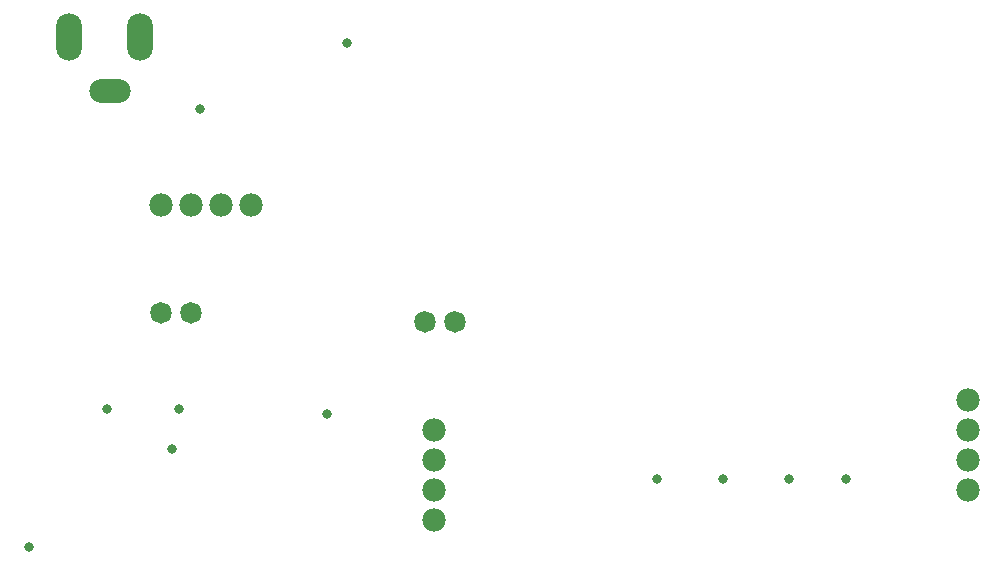
<source format=gbs>
G04*
G04 #@! TF.GenerationSoftware,Altium Limited,Altium Designer,24.10.1 (45)*
G04*
G04 Layer_Color=16711935*
%FSLAX44Y44*%
%MOMM*%
G71*
G04*
G04 #@! TF.SameCoordinates,850EB1A7-B970-4B75-A401-C25B3E3AA128*
G04*
G04*
G04 #@! TF.FilePolarity,Negative*
G04*
G01*
G75*
%ADD23C,0.0000*%
%ADD27C,1.9812*%
%ADD28C,1.8232*%
%ADD29O,2.2032X4.0032*%
%ADD30O,3.5032X2.0032*%
%ADD31C,0.8382*%
D23*
X196571Y223503D02*
G03*
X196571Y223503I-8611J0D01*
G01*
X171171D02*
G03*
X171171Y223503I-8611J0D01*
G01*
X420091Y215900D02*
G03*
X420091Y215900I-8611J0D01*
G01*
X394691D02*
G03*
X394691Y215900I-8611J0D01*
G01*
D27*
X393700Y73660D02*
D03*
Y48260D02*
D03*
Y124460D02*
D03*
Y99060D02*
D03*
X213360Y314960D02*
D03*
X238760D02*
D03*
X162560D02*
D03*
X187960D02*
D03*
X845820Y124460D02*
D03*
Y149860D02*
D03*
Y73660D02*
D03*
Y99060D02*
D03*
D28*
X187960Y223503D02*
D03*
X162560D02*
D03*
X411480Y215900D02*
D03*
X386080D02*
D03*
D29*
X144780Y457200D02*
D03*
X84780D02*
D03*
D30*
X119780Y410700D02*
D03*
D31*
X177800Y142240D02*
D03*
X171843Y108343D02*
D03*
X742484Y82521D02*
D03*
X694224D02*
D03*
X638344D02*
D03*
X582464D02*
D03*
X320040Y452120D02*
D03*
X195580Y396240D02*
D03*
X303084Y138010D02*
D03*
X50800Y25400D02*
D03*
X116840Y142240D02*
D03*
M02*

</source>
